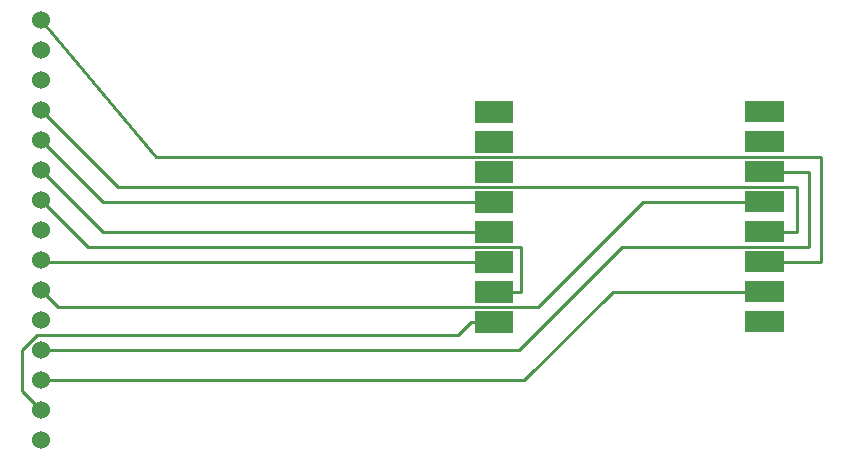
<source format=gtl>
G04 Layer: TopLayer*
G04 EasyEDA v6.4.25, 2022-01-12T14:51:12+01:00*
G04 7a201c4e50c24bc0a63e83562ee2f331,e596f8a6ee9548d7bb734fb2f4e531ed,10*
G04 Gerber Generator version 0.2*
G04 Scale: 100 percent, Rotated: No, Reflected: No *
G04 Dimensions in millimeters *
G04 leading zeros omitted , absolute positions ,4 integer and 5 decimal *
%FSLAX45Y45*%
%MOMM*%

%ADD10C,0.2540*%
%ADD11C,1.5240*%
%ADD12R,3.2918X1.8288*%

%LPD*%
D10*
X1397000Y4267200D02*
G01*
X1231900Y4432300D01*
X1231900Y4773168D01*
X1360931Y4902200D01*
X4925313Y4902200D01*
X5039613Y5016500D01*
X5425186Y5270500D02*
G01*
X5461000Y5270500D01*
X5461000Y5651500D01*
X1790700Y5651500D01*
X1397000Y6045200D01*
X7518400Y6032500D02*
G01*
X6496811Y6032500D01*
X5607811Y5143500D01*
X1536700Y5143500D01*
X1397000Y5283200D01*
X7711186Y5778500D02*
G01*
X7797800Y5778500D01*
X7797800Y6159500D01*
X2044700Y6159500D01*
X1397000Y6807200D01*
X7531100Y5524500D02*
G01*
X8001000Y5524500D01*
X8001000Y6413500D01*
X2372613Y6413500D01*
X1397000Y7569200D01*
X1397000Y4775200D02*
G01*
X5440934Y4775200D01*
X6317234Y5651500D01*
X7899400Y5651500D01*
X7899400Y6286500D01*
X7711186Y6286500D01*
X7518402Y5524492D02*
G01*
X7711112Y5524492D01*
X7518402Y5778492D02*
G01*
X7711112Y5778492D01*
X5232402Y5778492D02*
G01*
X1917702Y5778492D01*
X1397002Y6299192D01*
X5232402Y5270492D02*
G01*
X5425112Y5270492D01*
X5232402Y6032492D02*
G01*
X1917702Y6032492D01*
X1397002Y6553192D01*
X5232402Y5524492D02*
G01*
X1409702Y5524492D01*
X1397002Y5537192D01*
X7518402Y6286492D02*
G01*
X7711112Y6286492D01*
X1397002Y4521192D02*
G01*
X5487316Y4521192D01*
X6236616Y5270492D01*
X7518402Y5270492D01*
X5232402Y5016492D02*
G01*
X5039692Y5016492D01*
D11*
G01*
X1397000Y4013200D03*
G01*
X1397000Y4267200D03*
G01*
X1397000Y4521200D03*
G01*
X1397000Y4775200D03*
G01*
X1397000Y5029200D03*
G01*
X1397000Y5283200D03*
G01*
X1397000Y5537200D03*
G01*
X1397000Y5791200D03*
G01*
X1397000Y6045200D03*
G01*
X1397000Y6299200D03*
G01*
X1397000Y6553200D03*
G01*
X1397000Y6807200D03*
G01*
X1397000Y7061200D03*
G01*
X1397000Y7315200D03*
G01*
X1397000Y7569200D03*
G36*
X7353808Y5107939D02*
G01*
X7682991Y5107939D01*
X7682991Y4925060D01*
X7353808Y4925060D01*
G37*
G36*
X7353808Y5361939D02*
G01*
X7682991Y5361939D01*
X7682991Y5179060D01*
X7353808Y5179060D01*
G37*
G36*
X7353808Y5615939D02*
G01*
X7682991Y5615939D01*
X7682991Y5433060D01*
X7353808Y5433060D01*
G37*
G36*
X7353808Y5869939D02*
G01*
X7682991Y5869939D01*
X7682991Y5687060D01*
X7353808Y5687060D01*
G37*
G36*
X7353808Y6123939D02*
G01*
X7682991Y6123939D01*
X7682991Y5941060D01*
X7353808Y5941060D01*
G37*
G36*
X7353808Y6377939D02*
G01*
X7682991Y6377939D01*
X7682991Y6195060D01*
X7353808Y6195060D01*
G37*
G36*
X7353808Y6631939D02*
G01*
X7682991Y6631939D01*
X7682991Y6449060D01*
X7353808Y6449060D01*
G37*
G36*
X7353808Y6885939D02*
G01*
X7682991Y6885939D01*
X7682991Y6703060D01*
X7353808Y6703060D01*
G37*
D12*
G01*
X5232400Y5016500D03*
G01*
X5232400Y5270500D03*
G01*
X5232400Y5524500D03*
G01*
X5232400Y5778500D03*
G01*
X5232400Y6032500D03*
G01*
X5232400Y6286500D03*
G01*
X5232400Y6540500D03*
G01*
X5232400Y6794500D03*
M02*

</source>
